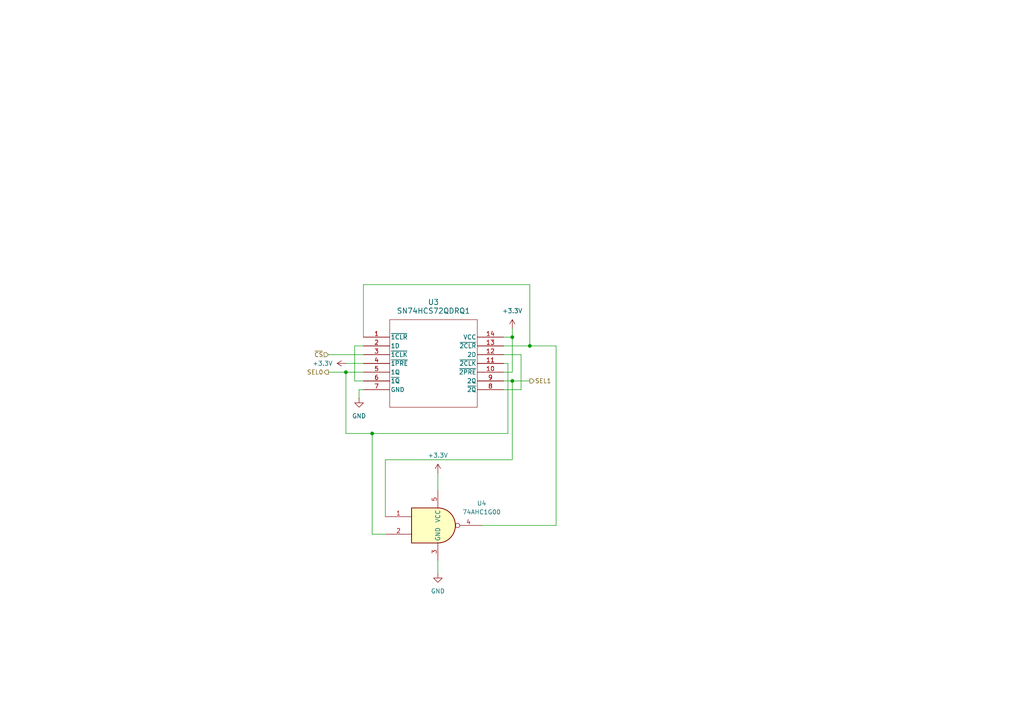
<source format=kicad_sch>
(kicad_sch (version 20250114) (generator "eeschema") (generator_version "9.0")
  (paper "A4")
  (lib_symbols
    (symbol "74xGxx:74AHC1G00"
      (property "Reference" "U" (at -2.54 3.81 0))
      (property "Value" "74AHC1G00" (at 0 -3.81 0))
      (symbol "74AHC1G00_0_1"
        (arc (start 0 5.08) (mid 5.0579 0) (end 0 -5.08) (stroke (width 0.254)) (fill (type background)))
        (polyline (pts (xy 0 -5.08) (xy -7.62 -5.08) (xy -7.62 5.08) (xy 0 5.08)) (stroke (width 0.254)) (fill (type background)))
      )
      (symbol "74AHC1G00_1_1"
        (pin input line (at -15.24 2.54 0) (length 7.62) (name "~") (number "1"))
        (pin input line (at -15.24 -2.54 0) (length 7.62) (name "~") (number "2"))
        (pin power_in line (at 0 10.16 270) (length 5.08) (name "VCC") (number "5"))
        (pin power_in line (at 0 -10.16 90) (length 5.08) (name "GND") (number "3"))
        (pin output inverted (at 12.7 0 180) (length 7.62) (name "~") (number "4"))
      )
    )
    (symbol "power:+3.3V" (power) (pin_numbers (hide yes)) (pin_names (offset 0) (hide yes))
      (property "Value" "+3.3V" (at 0 3.556 0))
      (symbol "+3.3V_0_1"
        (polyline (pts (xy -0.762 1.27) (xy 0 2.54)))
        (polyline (pts (xy 0 2.54) (xy 0.762 1.27)))
        (polyline (pts (xy 0 0) (xy 0 2.54)))
      )
      (symbol "+3.3V_1_1"
        (pin power_in line (at 0 0 90) (length 0) (name "~") (number "1"))
      )
    )
    (symbol "power:GND" (power) (pin_numbers (hide yes)) (pin_names (offset 0) (hide yes))
      (property "Value" "GND" (at 0 -3.81 0))
      (symbol "GND_0_1"
        (polyline (pts (xy 0 0) (xy 0 -1.27) (xy 1.27 -1.27) (xy 0 -2.54) (xy -1.27 -1.27) (xy 0 -1.27)))
      )
      (symbol "GND_1_1"
        (pin power_in line (at 0 0 270) (length 0) (name "~") (number "1"))
      )
    )
    (symbol "strain-gauge:SN74HCS72QDRQ1" (pin_names (offset 0.254))
      (property "Reference" "U" (at 20.32 10.16 0))
      (property "Value" "SN74HCS72QDRQ1" (at 20.32 7.62 0))
      (symbol "SN74HCS72QDRQ1_0_1"
        (polyline (pts (xy 7.62 5.08) (xy 7.62 -20.32)) (stroke (width 0.127)))
        (polyline (pts (xy 7.62 -20.32) (xy 33.02 -20.32)) (stroke (width 0.127)))
        (polyline (pts (xy 33.02 5.08) (xy 7.62 5.08)) (stroke (width 0.127)))
        (polyline (pts (xy 33.02 -20.32) (xy 33.02 5.08)) (stroke (width 0.127)))
        (pin bidirectional line (at 0 0 0) (length 7.62) (name "~{1CLR}") (number "1"))
        (pin bidirectional line (at 0 -2.54 0) (length 7.62) (name "1D") (number "2"))
        (pin bidirectional line (at 0 -5.08 0) (length 7.62) (name "~{1CLK}") (number "3"))
        (pin bidirectional line (at 0 -7.62 0) (length 7.62) (name "~{1PRE}") (number "4"))
        (pin bidirectional line (at 0 -10.16 0) (length 7.62) (name "1Q") (number "5"))
        (pin bidirectional line (at 0 -12.7 0) (length 7.62) (name "~{1Q}") (number "6"))
        (pin power_out line (at 0 -15.24 0) (length 7.62) (name "GND") (number "7"))
        (pin power_in line (at 40.64 0 180) (length 7.62) (name "VCC") (number "14"))
        (pin bidirectional line (at 40.64 -2.54 180) (length 7.62) (name "~{2CLR}") (number "13"))
        (pin bidirectional line (at 40.64 -5.08 180) (length 7.62) (name "2D") (number "12"))
        (pin bidirectional line (at 40.64 -7.62 180) (length 7.62) (name "~{2CLK}") (number "11"))
        (pin bidirectional line (at 40.64 -10.16 180) (length 7.62) (name "~{2PRE}") (number "10"))
        (pin bidirectional line (at 40.64 -12.7 180) (length 7.62) (name "2Q") (number "9"))
        (pin bidirectional line (at 40.64 -15.24 180) (length 7.62) (name "~{2Q}") (number "8"))
      )
    )
  )
  (junction (at 148.59 110.49))
  (junction (at 153.67 100.33))
  (junction (at 100.33 107.95))
  (junction (at 107.95 125.73))
  (junction (at 148.59 97.79))
  (wire (pts (xy 148.59 110.49) (xy 148.59 133.35)))
  (wire (pts (xy 146.05 107.95) (xy 148.59 107.95)))
  (wire (pts (xy 105.41 82.55) (xy 153.67 82.55)))
  (wire (pts (xy 161.29 152.4) (xy 161.29 100.33)))
  (wire (pts (xy 100.33 105.41) (xy 105.41 105.41)))
  (wire (pts (xy 147.32 105.41) (xy 146.05 105.41)))
  (wire (pts (xy 105.41 97.79) (xy 105.41 82.55)))
  (wire (pts (xy 100.33 125.73) (xy 107.95 125.73)))
  (wire (pts (xy 147.32 125.73) (xy 147.32 105.41)))
  (wire (pts (xy 148.59 133.35) (xy 111.76 133.35)))
  (wire (pts (xy 161.29 100.33) (xy 153.67 100.33)))
  (wire (pts (xy 102.87 100.33) (xy 105.41 100.33)))
  (wire (pts (xy 151.13 102.87) (xy 146.05 102.87)))
  (wire (pts (xy 102.87 110.49) (xy 102.87 100.33)))
  (wire (pts (xy 148.59 110.49) (xy 153.67 110.49)))
  (wire (pts (xy 139.7 152.4) (xy 161.29 152.4)))
  (wire (pts (xy 151.13 113.03) (xy 151.13 102.87)))
  (wire (pts (xy 111.76 133.35) (xy 111.76 149.86)))
  (wire (pts (xy 104.14 113.03) (xy 105.41 113.03)))
  (wire (pts (xy 107.95 154.94) (xy 111.76 154.94)))
  (wire (pts (xy 107.95 125.73) (xy 147.32 125.73)))
  (wire (pts (xy 95.25 102.87) (xy 105.41 102.87)))
  (wire (pts (xy 146.05 97.79) (xy 148.59 97.79)))
  (wire (pts (xy 146.05 110.49) (xy 148.59 110.49)))
  (wire (pts (xy 100.33 107.95) (xy 105.41 107.95)))
  (wire (pts (xy 148.59 107.95) (xy 148.59 97.79)))
  (wire (pts (xy 146.05 100.33) (xy 153.67 100.33)))
  (wire (pts (xy 100.33 107.95) (xy 100.33 125.73)))
  (wire (pts (xy 105.41 110.49) (xy 102.87 110.49)))
  (wire (pts (xy 127 162.56) (xy 127 166.37)))
  (wire (pts (xy 127 137.16) (xy 127 142.24)))
  (wire (pts (xy 146.05 113.03) (xy 151.13 113.03)))
  (wire (pts (xy 107.95 125.73) (xy 107.95 154.94)))
  (wire (pts (xy 104.14 115.57) (xy 104.14 113.03)))
  (wire (pts (xy 95.25 107.95) (xy 100.33 107.95)))
  (wire (pts (xy 153.67 82.55) (xy 153.67 100.33)))
  (wire (pts (xy 148.59 97.79) (xy 148.59 95.25)))
  (hierarchical_label "SEL0" (shape output) (at 95.25 107.95 180))
  (hierarchical_label "~{CS}" (shape input) (at 95.25 102.87 180))
  (hierarchical_label "SEL1" (shape output) (at 153.67 110.49 0))
  (symbol (lib_id "74xGxx:74AHC1G00") (at 127 152.4 0) (unit 1)
    (property "Reference" "U4" (at 139.7 145.9798 0))
    (property "Value" "74AHC1G00" (at 139.7 148.5198 0))
    (property "Footprint" "Package_TO_SOT_SMD:SOT-353_SC-70-5" (effects (hide yes)))
    (property "Datasheet" "http://www.ti.com/lit/sg/scyt129e/scyt129e.pdf" (effects (hide yes)))
    (property "Description" "Single NAND Gate, Low-Voltage CMOS" (effects (hide yes)))
  )
  (symbol (lib_id "power:+3.3V") (at 148.59 95.25 0) (unit 1)
    (property "Reference" "#PWR013" (effects (hide yes)))
    (property "Value" "+3.3V" (at 148.59 90.17 0))
    (property "Description" "Power symbol creates a global label with name \"+3.3V\"" (effects (hide yes)))
  )
  (symbol (lib_id "power:+3.3V") (at 100.33 105.41 90) (unit 1)
    (property "Reference" "#PWR09" (effects (hide yes)))
    (property "Value" "+3.3V" (at 96.52 105.4099 90) (effects (justify left)))
    (property "Description" "Power symbol creates a global label with name \"+3.3V\"" (effects (hide yes)))
  )
  (symbol (lib_id "power:+3.3V") (at 127 137.16 0) (unit 1)
    (property "Reference" "#PWR011" (effects (hide yes)))
    (property "Value" "+3.3V" (at 127 132.08 0))
    (property "Description" "Power symbol creates a global label with name \"+3.3V\"" (effects (hide yes)))
  )
  (symbol (lib_id "power:GND") (at 104.14 115.57 0) (unit 1)
    (property "Reference" "#PWR010" (effects (hide yes)))
    (property "Value" "GND" (at 104.14 120.65 0))
    (property "Description" "Power symbol creates a global label with name \"GND\" , ground" (effects (hide yes)))
  )
  (symbol (lib_id "strain-gauge:SN74HCS72QDRQ1") (at 105.41 97.79 0) (unit 1)
    (property "Reference" "U3" (at 125.73 87.63 0) (effects (font (size 1.524 1.524))))
    (property "Value" "SN74HCS72QDRQ1" (at 125.73 90.17 0) (effects (font (size 1.524 1.524))))
    (property "Footprint" "strain-gauge:SOIC_QDRQ1_TEX" (effects (hide yes)))
    (property "Datasheet" "SN74HCS72QDRQ1" (effects (hide yes)))
  )
  (symbol (lib_id "power:GND") (at 127 166.37 0) (unit 1)
    (property "Reference" "#PWR012" (effects (hide yes)))
    (property "Value" "GND" (at 127 171.45 0))
    (property "Description" "Power symbol creates a global label with name \"GND\" , ground" (effects (hide yes)))
  )
)
</source>
